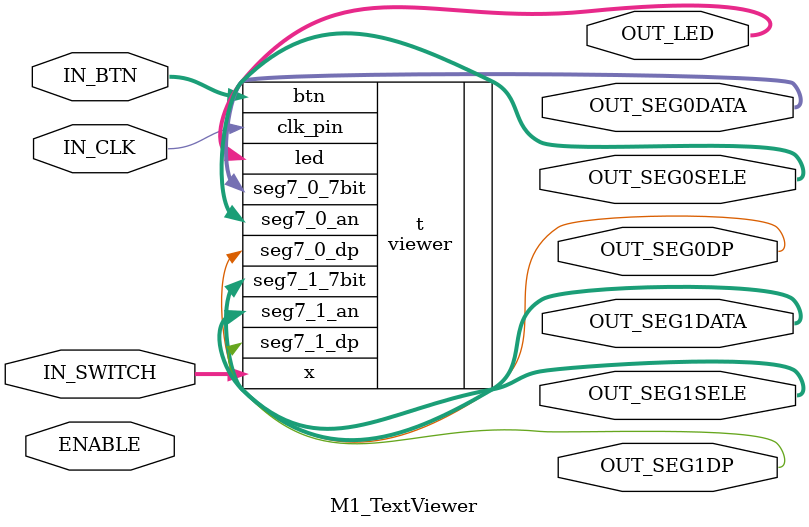
<source format=v>
`timescale 1ns / 1ps


module M1_TextViewer(
    input            ENABLE,
    input            IN_CLK,      // Clock input (from pin)
    input      [15:0]IN_SWITCH,
    input      [4:0] IN_BTN,
    output     [6:0] OUT_SEG0DATA,
    output     [6:0] OUT_SEG1DATA,
    output     [3:0] OUT_SEG0SELE,
    output     [3:0] OUT_SEG1SELE,
    output           OUT_SEG0DP,
    output           OUT_SEG1DP,
    output     [15:0]OUT_LED//,
    );
    viewer t(
        .clk_pin        (IN_CLK),
        .x              (IN_SWITCH),//外部16开关输入
        .btn            (IN_BTN),
        .seg7_0_7bit    (OUT_SEG0DATA),
        .seg7_1_7bit    (OUT_SEG1DATA),
        .seg7_0_an      (OUT_SEG0SELE),
        .seg7_1_an      (OUT_SEG1SELE),
        .seg7_0_dp      (OUT_SEG0DP),
        .seg7_1_dp      (OUT_SEG1DP),
        .led            (OUT_LED)
    );
endmodule

</source>
